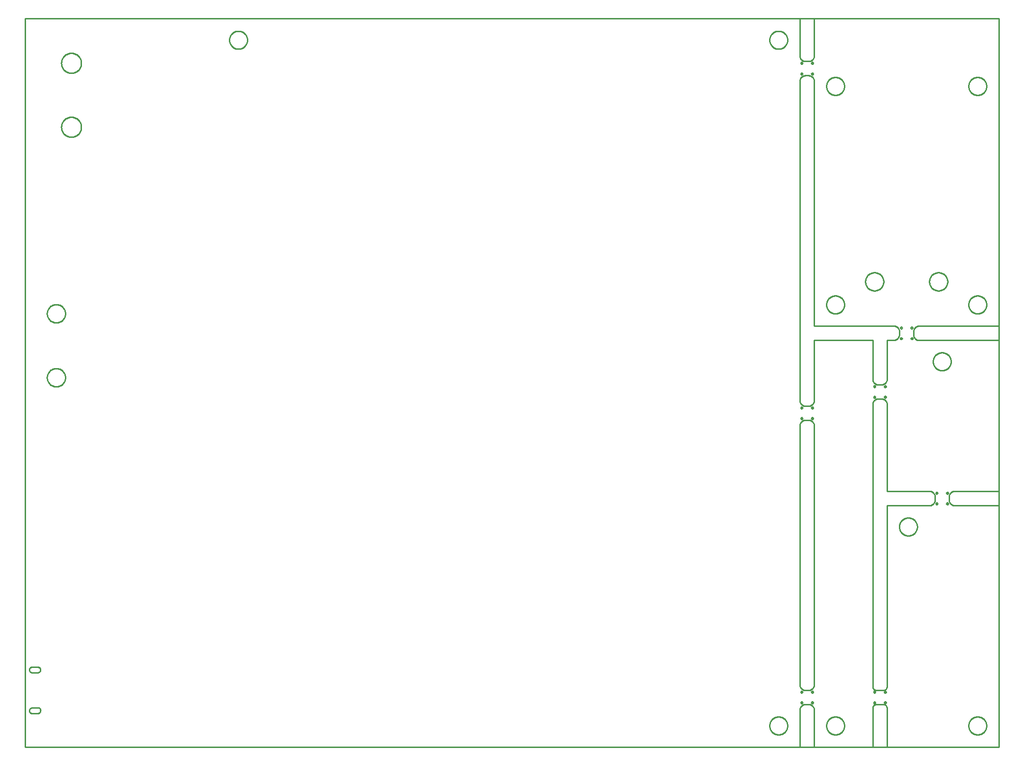
<source format=gbr>
G04 EAGLE Gerber RS-274X export*
G75*
%MOMM*%
%FSLAX34Y34*%
%LPD*%
%IN*%
%IPPOS*%
%AMOC8*
5,1,8,0,0,1.08239X$1,22.5*%
G01*
%ADD10C,0.254000*%


D10*
X0Y0D02*
X1739900Y0D01*
X1739900Y1301750D01*
X0Y1301750D01*
X0Y0D01*
X7438Y65100D02*
X7457Y64664D01*
X7513Y64232D01*
X7608Y63806D01*
X7739Y63390D01*
X7906Y62987D01*
X8107Y62600D01*
X8342Y62232D01*
X8607Y61886D01*
X8902Y61564D01*
X9224Y61270D01*
X9570Y61004D01*
X9938Y60770D01*
X10324Y60568D01*
X10727Y60402D01*
X11143Y60270D01*
X11569Y60176D01*
X12002Y60119D01*
X12438Y60100D01*
X22438Y60100D01*
X22873Y60119D01*
X23306Y60176D01*
X23732Y60270D01*
X24148Y60402D01*
X24551Y60568D01*
X24938Y60770D01*
X25305Y61004D01*
X25651Y61270D01*
X25973Y61564D01*
X26268Y61886D01*
X26533Y62232D01*
X26768Y62600D01*
X26969Y62987D01*
X27136Y63390D01*
X27267Y63806D01*
X27362Y64232D01*
X27418Y64664D01*
X27438Y65100D01*
X27509Y65452D01*
X27550Y65810D01*
X27560Y66169D01*
X27538Y66528D01*
X27485Y66884D01*
X27402Y67234D01*
X27288Y67575D01*
X27144Y67905D01*
X26973Y68221D01*
X26775Y68521D01*
X26551Y68803D01*
X26304Y69064D01*
X26034Y69303D01*
X25745Y69517D01*
X25439Y69705D01*
X25117Y69866D01*
X24782Y69998D01*
X24438Y70100D01*
X12438Y70100D01*
X12002Y70081D01*
X11569Y70024D01*
X11143Y69930D01*
X10727Y69798D01*
X10324Y69632D01*
X9938Y69430D01*
X9570Y69196D01*
X9224Y68930D01*
X8902Y68636D01*
X8607Y68314D01*
X8342Y67968D01*
X8107Y67600D01*
X7906Y67213D01*
X7739Y66810D01*
X7608Y66394D01*
X7513Y65968D01*
X7457Y65536D01*
X7438Y65100D01*
X7438Y138100D02*
X7457Y137664D01*
X7513Y137232D01*
X7608Y136806D01*
X7739Y136390D01*
X7906Y135987D01*
X8107Y135600D01*
X8342Y135232D01*
X8607Y134886D01*
X8902Y134564D01*
X9224Y134270D01*
X9570Y134004D01*
X9938Y133770D01*
X10324Y133568D01*
X10727Y133402D01*
X11143Y133270D01*
X11569Y133176D01*
X12002Y133119D01*
X12438Y133100D01*
X22438Y133100D01*
X22873Y133119D01*
X23306Y133176D01*
X23732Y133270D01*
X24148Y133402D01*
X24551Y133568D01*
X24938Y133770D01*
X25305Y134004D01*
X25651Y134270D01*
X25973Y134564D01*
X26268Y134886D01*
X26533Y135232D01*
X26768Y135600D01*
X26969Y135987D01*
X27136Y136390D01*
X27267Y136806D01*
X27362Y137232D01*
X27418Y137664D01*
X27438Y138100D01*
X27418Y138536D01*
X27362Y138968D01*
X27267Y139394D01*
X27136Y139810D01*
X26969Y140213D01*
X26768Y140600D01*
X26533Y140968D01*
X26268Y141314D01*
X25973Y141636D01*
X25651Y141930D01*
X25305Y142196D01*
X24938Y142430D01*
X24551Y142632D01*
X24148Y142798D01*
X23732Y142930D01*
X23306Y143024D01*
X22873Y143081D01*
X22438Y143100D01*
X12438Y143100D01*
X12002Y143081D01*
X11569Y143024D01*
X11143Y142930D01*
X10727Y142798D01*
X10324Y142632D01*
X9938Y142430D01*
X9570Y142196D01*
X9224Y141930D01*
X8902Y141636D01*
X8607Y141314D01*
X8342Y140968D01*
X8107Y140600D01*
X7906Y140213D01*
X7739Y139810D01*
X7608Y139394D01*
X7513Y138968D01*
X7457Y138536D01*
X7438Y138100D01*
X1514475Y107950D02*
X1514499Y107397D01*
X1514571Y106847D01*
X1514691Y106307D01*
X1514858Y105778D01*
X1515070Y105266D01*
X1515326Y104775D01*
X1515623Y104308D01*
X1515961Y103868D01*
X1516335Y103460D01*
X1516743Y103086D01*
X1517183Y102748D01*
X1517650Y102451D01*
X1518141Y102195D01*
X1518653Y101983D01*
X1519182Y101816D01*
X1519722Y101696D01*
X1520272Y101624D01*
X1520825Y101600D01*
X1533525Y101600D01*
X1534078Y101624D01*
X1534628Y101696D01*
X1535169Y101816D01*
X1535697Y101983D01*
X1536209Y102195D01*
X1536700Y102451D01*
X1537167Y102748D01*
X1537607Y103086D01*
X1538015Y103460D01*
X1538389Y103868D01*
X1538727Y104308D01*
X1539024Y104775D01*
X1539280Y105266D01*
X1539492Y105778D01*
X1539659Y106307D01*
X1539779Y106847D01*
X1539851Y107397D01*
X1539875Y107950D01*
X1539875Y431800D01*
X1616075Y431800D01*
X1616905Y431836D01*
X1617729Y431945D01*
X1618540Y432125D01*
X1619333Y432374D01*
X1620100Y432692D01*
X1620838Y433076D01*
X1621538Y433523D01*
X1622198Y434028D01*
X1622810Y434590D01*
X1623372Y435202D01*
X1623877Y435862D01*
X1624324Y436563D01*
X1624708Y437300D01*
X1625026Y438067D01*
X1625275Y438860D01*
X1625455Y439671D01*
X1625564Y440495D01*
X1625600Y441325D01*
X1625600Y447675D01*
X1625564Y448505D01*
X1625455Y449329D01*
X1625275Y450140D01*
X1625026Y450933D01*
X1624708Y451700D01*
X1624324Y452438D01*
X1623877Y453138D01*
X1623372Y453798D01*
X1622810Y454410D01*
X1622198Y454972D01*
X1621538Y455477D01*
X1620838Y455924D01*
X1620100Y456308D01*
X1619333Y456626D01*
X1618540Y456875D01*
X1617729Y457055D01*
X1616905Y457164D01*
X1616075Y457200D01*
X1539875Y457200D01*
X1539875Y612775D01*
X1539839Y613605D01*
X1539730Y614429D01*
X1539550Y615240D01*
X1539301Y616033D01*
X1538983Y616800D01*
X1538599Y617538D01*
X1538152Y618238D01*
X1537647Y618898D01*
X1537085Y619510D01*
X1536473Y620072D01*
X1535813Y620577D01*
X1535113Y621024D01*
X1534375Y621408D01*
X1533608Y621726D01*
X1532815Y621975D01*
X1532004Y622155D01*
X1531180Y622264D01*
X1530350Y622300D01*
X1524000Y622300D01*
X1523170Y622264D01*
X1522346Y622155D01*
X1521535Y621975D01*
X1520742Y621726D01*
X1519975Y621408D01*
X1519238Y621024D01*
X1518537Y620577D01*
X1517877Y620072D01*
X1517265Y619510D01*
X1516703Y618898D01*
X1516198Y618238D01*
X1515751Y617538D01*
X1515367Y616800D01*
X1515049Y616033D01*
X1514800Y615240D01*
X1514620Y614429D01*
X1514511Y613605D01*
X1514475Y612775D01*
X1514475Y107950D01*
X1514475Y0D02*
X1539875Y0D01*
X1539875Y69850D01*
X1539851Y70403D01*
X1539779Y70953D01*
X1539659Y71494D01*
X1539492Y72022D01*
X1539280Y72534D01*
X1539024Y73025D01*
X1538727Y73492D01*
X1538389Y73932D01*
X1538015Y74340D01*
X1537607Y74714D01*
X1537167Y75052D01*
X1536700Y75349D01*
X1536209Y75605D01*
X1535697Y75817D01*
X1535169Y75984D01*
X1534628Y76104D01*
X1534078Y76176D01*
X1533525Y76200D01*
X1520825Y76200D01*
X1520272Y76176D01*
X1519722Y76104D01*
X1519182Y75984D01*
X1518653Y75817D01*
X1518141Y75605D01*
X1517650Y75349D01*
X1517183Y75052D01*
X1516743Y74714D01*
X1516335Y74340D01*
X1515961Y73932D01*
X1515623Y73492D01*
X1515326Y73025D01*
X1515070Y72534D01*
X1514858Y72022D01*
X1514691Y71494D01*
X1514571Y70953D01*
X1514499Y70403D01*
X1514475Y69850D01*
X1514475Y0D01*
X1651000Y441325D02*
X1651036Y440495D01*
X1651145Y439671D01*
X1651325Y438860D01*
X1651574Y438067D01*
X1651892Y437300D01*
X1652276Y436563D01*
X1652723Y435862D01*
X1653228Y435202D01*
X1653790Y434590D01*
X1654402Y434028D01*
X1655062Y433523D01*
X1655763Y433076D01*
X1656500Y432692D01*
X1657267Y432374D01*
X1658060Y432125D01*
X1658871Y431945D01*
X1659695Y431836D01*
X1660525Y431800D01*
X1739900Y431800D01*
X1739900Y457200D01*
X1660525Y457200D01*
X1659695Y457164D01*
X1658871Y457055D01*
X1658060Y456875D01*
X1657267Y456626D01*
X1656500Y456308D01*
X1655763Y455924D01*
X1655062Y455477D01*
X1654402Y454972D01*
X1653790Y454410D01*
X1653228Y453798D01*
X1652723Y453138D01*
X1652276Y452438D01*
X1651892Y451700D01*
X1651574Y450933D01*
X1651325Y450140D01*
X1651145Y449329D01*
X1651036Y448505D01*
X1651000Y447675D01*
X1651000Y441325D01*
X1587500Y736600D02*
X1587536Y735770D01*
X1587645Y734946D01*
X1587825Y734135D01*
X1588074Y733342D01*
X1588392Y732575D01*
X1588776Y731838D01*
X1589223Y731137D01*
X1589728Y730477D01*
X1590290Y729865D01*
X1590902Y729303D01*
X1591562Y728798D01*
X1592263Y728351D01*
X1593000Y727967D01*
X1593767Y727649D01*
X1594560Y727400D01*
X1595371Y727220D01*
X1596195Y727111D01*
X1597025Y727075D01*
X1739900Y727075D01*
X1739900Y752475D01*
X1597025Y752475D01*
X1596195Y752439D01*
X1595371Y752330D01*
X1594560Y752150D01*
X1593767Y751901D01*
X1593000Y751583D01*
X1592263Y751199D01*
X1591562Y750752D01*
X1590902Y750247D01*
X1590290Y749685D01*
X1589728Y749073D01*
X1589223Y748413D01*
X1588776Y747713D01*
X1588392Y746975D01*
X1588074Y746208D01*
X1587825Y745415D01*
X1587645Y744604D01*
X1587536Y743780D01*
X1587500Y742950D01*
X1587500Y736600D01*
X1384300Y111125D02*
X1384336Y110295D01*
X1384445Y109471D01*
X1384625Y108660D01*
X1384874Y107867D01*
X1385192Y107100D01*
X1385576Y106363D01*
X1386023Y105662D01*
X1386528Y105002D01*
X1387090Y104390D01*
X1387702Y103828D01*
X1388362Y103323D01*
X1389063Y102876D01*
X1389800Y102492D01*
X1390567Y102174D01*
X1391360Y101925D01*
X1392171Y101745D01*
X1392995Y101636D01*
X1393825Y101600D01*
X1400175Y101600D01*
X1401005Y101636D01*
X1401829Y101745D01*
X1402640Y101925D01*
X1403433Y102174D01*
X1404200Y102492D01*
X1404938Y102876D01*
X1405638Y103323D01*
X1406298Y103828D01*
X1406910Y104390D01*
X1407472Y105002D01*
X1407977Y105662D01*
X1408424Y106363D01*
X1408808Y107100D01*
X1409126Y107867D01*
X1409375Y108660D01*
X1409555Y109471D01*
X1409664Y110295D01*
X1409700Y111125D01*
X1409700Y574675D01*
X1409664Y575505D01*
X1409555Y576329D01*
X1409375Y577140D01*
X1409126Y577933D01*
X1408808Y578700D01*
X1408424Y579438D01*
X1407977Y580138D01*
X1407472Y580798D01*
X1406910Y581410D01*
X1406298Y581972D01*
X1405638Y582477D01*
X1404938Y582924D01*
X1404200Y583308D01*
X1403433Y583626D01*
X1402640Y583875D01*
X1401829Y584055D01*
X1401005Y584164D01*
X1400175Y584200D01*
X1393825Y584200D01*
X1392995Y584164D01*
X1392171Y584055D01*
X1391360Y583875D01*
X1390567Y583626D01*
X1389800Y583308D01*
X1389063Y582924D01*
X1388362Y582477D01*
X1387702Y581972D01*
X1387090Y581410D01*
X1386528Y580798D01*
X1386023Y580138D01*
X1385576Y579438D01*
X1385192Y578700D01*
X1384874Y577933D01*
X1384625Y577140D01*
X1384445Y576329D01*
X1384336Y575505D01*
X1384300Y574675D01*
X1384300Y111125D01*
X1384300Y619125D02*
X1384336Y618295D01*
X1384445Y617471D01*
X1384625Y616660D01*
X1384874Y615867D01*
X1385192Y615100D01*
X1385576Y614363D01*
X1386023Y613662D01*
X1386528Y613002D01*
X1387090Y612390D01*
X1387702Y611828D01*
X1388362Y611323D01*
X1389063Y610876D01*
X1389800Y610492D01*
X1390567Y610174D01*
X1391360Y609925D01*
X1392171Y609745D01*
X1392995Y609636D01*
X1393825Y609600D01*
X1400175Y609600D01*
X1401005Y609636D01*
X1401829Y609745D01*
X1402640Y609925D01*
X1403433Y610174D01*
X1404200Y610492D01*
X1404938Y610876D01*
X1405638Y611323D01*
X1406298Y611828D01*
X1406910Y612390D01*
X1407472Y613002D01*
X1407977Y613662D01*
X1408424Y614363D01*
X1408808Y615100D01*
X1409126Y615867D01*
X1409375Y616660D01*
X1409555Y617471D01*
X1409664Y618295D01*
X1409700Y619125D01*
X1409700Y727075D01*
X1514475Y727075D01*
X1514475Y657225D01*
X1514511Y656395D01*
X1514620Y655571D01*
X1514800Y654760D01*
X1515049Y653967D01*
X1515367Y653200D01*
X1515751Y652463D01*
X1516198Y651762D01*
X1516703Y651102D01*
X1517265Y650490D01*
X1517877Y649928D01*
X1518537Y649423D01*
X1519238Y648976D01*
X1519975Y648592D01*
X1520742Y648274D01*
X1521535Y648025D01*
X1522346Y647845D01*
X1523170Y647736D01*
X1524000Y647700D01*
X1530350Y647700D01*
X1531180Y647736D01*
X1532004Y647845D01*
X1532815Y648025D01*
X1533608Y648274D01*
X1534375Y648592D01*
X1535113Y648976D01*
X1535813Y649423D01*
X1536473Y649928D01*
X1537085Y650490D01*
X1537647Y651102D01*
X1538152Y651762D01*
X1538599Y652463D01*
X1538983Y653200D01*
X1539301Y653967D01*
X1539550Y654760D01*
X1539730Y655571D01*
X1539839Y656395D01*
X1539875Y657225D01*
X1539875Y727075D01*
X1549400Y727075D01*
X1550375Y726979D01*
X1551354Y726968D01*
X1552330Y727043D01*
X1553296Y727202D01*
X1554245Y727445D01*
X1555169Y727770D01*
X1556061Y728174D01*
X1556914Y728654D01*
X1557723Y729207D01*
X1558480Y729828D01*
X1559180Y730513D01*
X1559817Y731256D01*
X1560388Y732052D01*
X1560887Y732895D01*
X1561310Y733778D01*
X1561656Y734694D01*
X1561919Y735638D01*
X1562100Y736600D01*
X1562100Y742950D01*
X1562064Y743780D01*
X1561955Y744604D01*
X1561775Y745415D01*
X1561526Y746208D01*
X1561208Y746975D01*
X1560824Y747713D01*
X1560377Y748413D01*
X1559872Y749073D01*
X1559310Y749685D01*
X1558698Y750247D01*
X1558038Y750752D01*
X1557338Y751199D01*
X1556600Y751583D01*
X1555833Y751901D01*
X1555040Y752150D01*
X1554229Y752330D01*
X1553405Y752439D01*
X1552575Y752475D01*
X1409700Y752475D01*
X1409700Y1190625D01*
X1409664Y1191455D01*
X1409555Y1192279D01*
X1409375Y1193090D01*
X1409126Y1193883D01*
X1408808Y1194650D01*
X1408424Y1195388D01*
X1407977Y1196088D01*
X1407472Y1196748D01*
X1406910Y1197360D01*
X1406298Y1197922D01*
X1405638Y1198427D01*
X1404938Y1198874D01*
X1404200Y1199258D01*
X1403433Y1199576D01*
X1402640Y1199825D01*
X1401829Y1200005D01*
X1401005Y1200114D01*
X1400175Y1200150D01*
X1393825Y1200150D01*
X1392995Y1200114D01*
X1392171Y1200005D01*
X1391360Y1199825D01*
X1390567Y1199576D01*
X1389800Y1199258D01*
X1389063Y1198874D01*
X1388362Y1198427D01*
X1387702Y1197922D01*
X1387090Y1197360D01*
X1386528Y1196748D01*
X1386023Y1196088D01*
X1385576Y1195388D01*
X1385192Y1194650D01*
X1384874Y1193883D01*
X1384625Y1193090D01*
X1384445Y1192279D01*
X1384336Y1191455D01*
X1384300Y1190625D01*
X1384300Y619125D01*
X1384300Y1235075D02*
X1384336Y1234245D01*
X1384445Y1233421D01*
X1384625Y1232610D01*
X1384874Y1231817D01*
X1385192Y1231050D01*
X1385576Y1230313D01*
X1386023Y1229612D01*
X1386528Y1228952D01*
X1387090Y1228340D01*
X1387702Y1227778D01*
X1388362Y1227273D01*
X1389063Y1226826D01*
X1389800Y1226442D01*
X1390567Y1226124D01*
X1391360Y1225875D01*
X1392171Y1225695D01*
X1392995Y1225586D01*
X1393825Y1225550D01*
X1400175Y1225550D01*
X1401005Y1225586D01*
X1401829Y1225695D01*
X1402640Y1225875D01*
X1403433Y1226124D01*
X1404200Y1226442D01*
X1404938Y1226826D01*
X1405638Y1227273D01*
X1406298Y1227778D01*
X1406910Y1228340D01*
X1407472Y1228952D01*
X1407977Y1229612D01*
X1408424Y1230313D01*
X1408808Y1231050D01*
X1409126Y1231817D01*
X1409375Y1232610D01*
X1409555Y1233421D01*
X1409664Y1234245D01*
X1409700Y1235075D01*
X1409700Y1301750D01*
X1384300Y1301750D01*
X1384300Y1235075D01*
X1384300Y0D02*
X1409700Y0D01*
X1409700Y66675D01*
X1409664Y67505D01*
X1409555Y68329D01*
X1409375Y69140D01*
X1409126Y69933D01*
X1408808Y70700D01*
X1408424Y71438D01*
X1407977Y72138D01*
X1407472Y72798D01*
X1406910Y73410D01*
X1406298Y73972D01*
X1405638Y74477D01*
X1404938Y74924D01*
X1404200Y75308D01*
X1403433Y75626D01*
X1402640Y75875D01*
X1401829Y76055D01*
X1401005Y76164D01*
X1400175Y76200D01*
X1393825Y76200D01*
X1392995Y76164D01*
X1392171Y76055D01*
X1391360Y75875D01*
X1390567Y75626D01*
X1389800Y75308D01*
X1389063Y74924D01*
X1388362Y74477D01*
X1387702Y73972D01*
X1387090Y73410D01*
X1386528Y72798D01*
X1386023Y72138D01*
X1385576Y71438D01*
X1385192Y70700D01*
X1384874Y69933D01*
X1384625Y69140D01*
X1384445Y68329D01*
X1384336Y67505D01*
X1384300Y66675D01*
X1384300Y0D01*
X1362200Y1263126D02*
X1362132Y1262081D01*
X1361995Y1261042D01*
X1361790Y1260015D01*
X1361519Y1259003D01*
X1361183Y1258011D01*
X1360782Y1257043D01*
X1360318Y1256104D01*
X1359795Y1255196D01*
X1359213Y1254325D01*
X1358575Y1253494D01*
X1357884Y1252707D01*
X1357143Y1251966D01*
X1356356Y1251275D01*
X1355525Y1250638D01*
X1354654Y1250056D01*
X1353746Y1249532D01*
X1352807Y1249068D01*
X1351839Y1248667D01*
X1350847Y1248331D01*
X1349835Y1248060D01*
X1348808Y1247855D01*
X1347769Y1247719D01*
X1346724Y1247650D01*
X1345676Y1247650D01*
X1344631Y1247719D01*
X1343592Y1247855D01*
X1342565Y1248060D01*
X1341553Y1248331D01*
X1340561Y1248667D01*
X1339593Y1249068D01*
X1338654Y1249532D01*
X1337746Y1250056D01*
X1336875Y1250638D01*
X1336044Y1251275D01*
X1335257Y1251966D01*
X1334516Y1252707D01*
X1333825Y1253494D01*
X1333188Y1254325D01*
X1332606Y1255196D01*
X1332082Y1256104D01*
X1331618Y1257043D01*
X1331217Y1258011D01*
X1330881Y1259003D01*
X1330610Y1260015D01*
X1330405Y1261042D01*
X1330269Y1262081D01*
X1330200Y1263126D01*
X1330200Y1264174D01*
X1330269Y1265219D01*
X1330405Y1266258D01*
X1330610Y1267285D01*
X1330881Y1268297D01*
X1331217Y1269289D01*
X1331618Y1270257D01*
X1332082Y1271196D01*
X1332606Y1272104D01*
X1333188Y1272975D01*
X1333825Y1273806D01*
X1334516Y1274593D01*
X1335257Y1275334D01*
X1336044Y1276025D01*
X1336875Y1276663D01*
X1337746Y1277245D01*
X1338654Y1277768D01*
X1339593Y1278232D01*
X1340561Y1278633D01*
X1341553Y1278969D01*
X1342565Y1279240D01*
X1343592Y1279445D01*
X1344631Y1279582D01*
X1345676Y1279650D01*
X1346724Y1279650D01*
X1347769Y1279582D01*
X1348808Y1279445D01*
X1349835Y1279240D01*
X1350847Y1278969D01*
X1351839Y1278633D01*
X1352807Y1278232D01*
X1353746Y1277768D01*
X1354654Y1277245D01*
X1355525Y1276663D01*
X1356356Y1276025D01*
X1357143Y1275334D01*
X1357884Y1274593D01*
X1358575Y1273806D01*
X1359213Y1272975D01*
X1359795Y1272104D01*
X1360318Y1271196D01*
X1360782Y1270257D01*
X1361183Y1269289D01*
X1361519Y1268297D01*
X1361790Y1267285D01*
X1361995Y1266258D01*
X1362132Y1265219D01*
X1362200Y1264174D01*
X1362200Y1263126D01*
X1362200Y37576D02*
X1362132Y36531D01*
X1361995Y35492D01*
X1361790Y34465D01*
X1361519Y33453D01*
X1361183Y32461D01*
X1360782Y31493D01*
X1360318Y30554D01*
X1359795Y29646D01*
X1359213Y28775D01*
X1358575Y27944D01*
X1357884Y27157D01*
X1357143Y26416D01*
X1356356Y25725D01*
X1355525Y25088D01*
X1354654Y24506D01*
X1353746Y23982D01*
X1352807Y23518D01*
X1351839Y23117D01*
X1350847Y22781D01*
X1349835Y22510D01*
X1348808Y22305D01*
X1347769Y22169D01*
X1346724Y22100D01*
X1345676Y22100D01*
X1344631Y22169D01*
X1343592Y22305D01*
X1342565Y22510D01*
X1341553Y22781D01*
X1340561Y23117D01*
X1339593Y23518D01*
X1338654Y23982D01*
X1337746Y24506D01*
X1336875Y25088D01*
X1336044Y25725D01*
X1335257Y26416D01*
X1334516Y27157D01*
X1333825Y27944D01*
X1333188Y28775D01*
X1332606Y29646D01*
X1332082Y30554D01*
X1331618Y31493D01*
X1331217Y32461D01*
X1330881Y33453D01*
X1330610Y34465D01*
X1330405Y35492D01*
X1330269Y36531D01*
X1330200Y37576D01*
X1330200Y38624D01*
X1330269Y39669D01*
X1330405Y40708D01*
X1330610Y41735D01*
X1330881Y42747D01*
X1331217Y43739D01*
X1331618Y44707D01*
X1332082Y45646D01*
X1332606Y46554D01*
X1333188Y47425D01*
X1333825Y48256D01*
X1334516Y49043D01*
X1335257Y49784D01*
X1336044Y50475D01*
X1336875Y51113D01*
X1337746Y51695D01*
X1338654Y52218D01*
X1339593Y52682D01*
X1340561Y53083D01*
X1341553Y53419D01*
X1342565Y53690D01*
X1343592Y53895D01*
X1344631Y54032D01*
X1345676Y54100D01*
X1346724Y54100D01*
X1347769Y54032D01*
X1348808Y53895D01*
X1349835Y53690D01*
X1350847Y53419D01*
X1351839Y53083D01*
X1352807Y52682D01*
X1353746Y52218D01*
X1354654Y51695D01*
X1355525Y51113D01*
X1356356Y50475D01*
X1357143Y49784D01*
X1357884Y49043D01*
X1358575Y48256D01*
X1359213Y47425D01*
X1359795Y46554D01*
X1360318Y45646D01*
X1360782Y44707D01*
X1361183Y43739D01*
X1361519Y42747D01*
X1361790Y41735D01*
X1361995Y40708D01*
X1362132Y39669D01*
X1362200Y38624D01*
X1362200Y37576D01*
X397000Y1263126D02*
X396932Y1262081D01*
X396795Y1261042D01*
X396590Y1260015D01*
X396319Y1259003D01*
X395983Y1258011D01*
X395582Y1257043D01*
X395118Y1256104D01*
X394595Y1255196D01*
X394013Y1254325D01*
X393375Y1253494D01*
X392684Y1252707D01*
X391943Y1251966D01*
X391156Y1251275D01*
X390325Y1250638D01*
X389454Y1250056D01*
X388546Y1249532D01*
X387607Y1249068D01*
X386639Y1248667D01*
X385647Y1248331D01*
X384635Y1248060D01*
X383608Y1247855D01*
X382569Y1247719D01*
X381524Y1247650D01*
X380476Y1247650D01*
X379431Y1247719D01*
X378392Y1247855D01*
X377365Y1248060D01*
X376353Y1248331D01*
X375361Y1248667D01*
X374393Y1249068D01*
X373454Y1249532D01*
X372546Y1250056D01*
X371675Y1250638D01*
X370844Y1251275D01*
X370057Y1251966D01*
X369316Y1252707D01*
X368625Y1253494D01*
X367988Y1254325D01*
X367406Y1255196D01*
X366882Y1256104D01*
X366418Y1257043D01*
X366017Y1258011D01*
X365681Y1259003D01*
X365410Y1260015D01*
X365205Y1261042D01*
X365069Y1262081D01*
X365000Y1263126D01*
X365000Y1264174D01*
X365069Y1265219D01*
X365205Y1266258D01*
X365410Y1267285D01*
X365681Y1268297D01*
X366017Y1269289D01*
X366418Y1270257D01*
X366882Y1271196D01*
X367406Y1272104D01*
X367988Y1272975D01*
X368625Y1273806D01*
X369316Y1274593D01*
X370057Y1275334D01*
X370844Y1276025D01*
X371675Y1276663D01*
X372546Y1277245D01*
X373454Y1277768D01*
X374393Y1278232D01*
X375361Y1278633D01*
X376353Y1278969D01*
X377365Y1279240D01*
X378392Y1279445D01*
X379431Y1279582D01*
X380476Y1279650D01*
X381524Y1279650D01*
X382569Y1279582D01*
X383608Y1279445D01*
X384635Y1279240D01*
X385647Y1278969D01*
X386639Y1278633D01*
X387607Y1278232D01*
X388546Y1277768D01*
X389454Y1277245D01*
X390325Y1276663D01*
X391156Y1276025D01*
X391943Y1275334D01*
X392684Y1274593D01*
X393375Y1273806D01*
X394013Y1272975D01*
X394595Y1272104D01*
X395118Y1271196D01*
X395582Y1270257D01*
X395983Y1269289D01*
X396319Y1268297D01*
X396590Y1267285D01*
X396795Y1266258D01*
X396932Y1265219D01*
X397000Y1264174D01*
X397000Y1263126D01*
X1593975Y393176D02*
X1593907Y392131D01*
X1593770Y391092D01*
X1593565Y390065D01*
X1593294Y389053D01*
X1592958Y388061D01*
X1592557Y387093D01*
X1592093Y386154D01*
X1591570Y385246D01*
X1590988Y384375D01*
X1590350Y383544D01*
X1589659Y382757D01*
X1588918Y382016D01*
X1588131Y381325D01*
X1587300Y380688D01*
X1586429Y380106D01*
X1585521Y379582D01*
X1584582Y379118D01*
X1583614Y378717D01*
X1582622Y378381D01*
X1581610Y378110D01*
X1580583Y377905D01*
X1579544Y377769D01*
X1578499Y377700D01*
X1577451Y377700D01*
X1576406Y377769D01*
X1575367Y377905D01*
X1574340Y378110D01*
X1573328Y378381D01*
X1572336Y378717D01*
X1571368Y379118D01*
X1570429Y379582D01*
X1569521Y380106D01*
X1568650Y380688D01*
X1567819Y381325D01*
X1567032Y382016D01*
X1566291Y382757D01*
X1565600Y383544D01*
X1564963Y384375D01*
X1564381Y385246D01*
X1563857Y386154D01*
X1563393Y387093D01*
X1562992Y388061D01*
X1562656Y389053D01*
X1562385Y390065D01*
X1562180Y391092D01*
X1562044Y392131D01*
X1561975Y393176D01*
X1561975Y394224D01*
X1562044Y395269D01*
X1562180Y396308D01*
X1562385Y397335D01*
X1562656Y398347D01*
X1562992Y399339D01*
X1563393Y400307D01*
X1563857Y401246D01*
X1564381Y402154D01*
X1564963Y403025D01*
X1565600Y403856D01*
X1566291Y404643D01*
X1567032Y405384D01*
X1567819Y406075D01*
X1568650Y406713D01*
X1569521Y407295D01*
X1570429Y407818D01*
X1571368Y408282D01*
X1572336Y408683D01*
X1573328Y409019D01*
X1574340Y409290D01*
X1575367Y409495D01*
X1576406Y409632D01*
X1577451Y409700D01*
X1578499Y409700D01*
X1579544Y409632D01*
X1580583Y409495D01*
X1581610Y409290D01*
X1582622Y409019D01*
X1583614Y408683D01*
X1584582Y408282D01*
X1585521Y407818D01*
X1586429Y407295D01*
X1587300Y406713D01*
X1588131Y406075D01*
X1588918Y405384D01*
X1589659Y404643D01*
X1590350Y403856D01*
X1590988Y403025D01*
X1591570Y402154D01*
X1592093Y401246D01*
X1592557Y400307D01*
X1592958Y399339D01*
X1593294Y398347D01*
X1593565Y397335D01*
X1593770Y396308D01*
X1593907Y395269D01*
X1593975Y394224D01*
X1593975Y393176D01*
X1717800Y37576D02*
X1717732Y36531D01*
X1717595Y35492D01*
X1717390Y34465D01*
X1717119Y33453D01*
X1716783Y32461D01*
X1716382Y31493D01*
X1715918Y30554D01*
X1715395Y29646D01*
X1714813Y28775D01*
X1714175Y27944D01*
X1713484Y27157D01*
X1712743Y26416D01*
X1711956Y25725D01*
X1711125Y25088D01*
X1710254Y24506D01*
X1709346Y23982D01*
X1708407Y23518D01*
X1707439Y23117D01*
X1706447Y22781D01*
X1705435Y22510D01*
X1704408Y22305D01*
X1703369Y22169D01*
X1702324Y22100D01*
X1701276Y22100D01*
X1700231Y22169D01*
X1699192Y22305D01*
X1698165Y22510D01*
X1697153Y22781D01*
X1696161Y23117D01*
X1695193Y23518D01*
X1694254Y23982D01*
X1693346Y24506D01*
X1692475Y25088D01*
X1691644Y25725D01*
X1690857Y26416D01*
X1690116Y27157D01*
X1689425Y27944D01*
X1688788Y28775D01*
X1688206Y29646D01*
X1687682Y30554D01*
X1687218Y31493D01*
X1686817Y32461D01*
X1686481Y33453D01*
X1686210Y34465D01*
X1686005Y35492D01*
X1685869Y36531D01*
X1685800Y37576D01*
X1685800Y38624D01*
X1685869Y39669D01*
X1686005Y40708D01*
X1686210Y41735D01*
X1686481Y42747D01*
X1686817Y43739D01*
X1687218Y44707D01*
X1687682Y45646D01*
X1688206Y46554D01*
X1688788Y47425D01*
X1689425Y48256D01*
X1690116Y49043D01*
X1690857Y49784D01*
X1691644Y50475D01*
X1692475Y51113D01*
X1693346Y51695D01*
X1694254Y52218D01*
X1695193Y52682D01*
X1696161Y53083D01*
X1697153Y53419D01*
X1698165Y53690D01*
X1699192Y53895D01*
X1700231Y54032D01*
X1701276Y54100D01*
X1702324Y54100D01*
X1703369Y54032D01*
X1704408Y53895D01*
X1705435Y53690D01*
X1706447Y53419D01*
X1707439Y53083D01*
X1708407Y52682D01*
X1709346Y52218D01*
X1710254Y51695D01*
X1711125Y51113D01*
X1711956Y50475D01*
X1712743Y49784D01*
X1713484Y49043D01*
X1714175Y48256D01*
X1714813Y47425D01*
X1715395Y46554D01*
X1715918Y45646D01*
X1716382Y44707D01*
X1716783Y43739D01*
X1717119Y42747D01*
X1717390Y41735D01*
X1717595Y40708D01*
X1717732Y39669D01*
X1717800Y38624D01*
X1717800Y37576D01*
X1717800Y790051D02*
X1717732Y789006D01*
X1717595Y787967D01*
X1717390Y786940D01*
X1717119Y785928D01*
X1716783Y784936D01*
X1716382Y783968D01*
X1715918Y783029D01*
X1715395Y782121D01*
X1714813Y781250D01*
X1714175Y780419D01*
X1713484Y779632D01*
X1712743Y778891D01*
X1711956Y778200D01*
X1711125Y777563D01*
X1710254Y776981D01*
X1709346Y776457D01*
X1708407Y775993D01*
X1707439Y775592D01*
X1706447Y775256D01*
X1705435Y774985D01*
X1704408Y774780D01*
X1703369Y774644D01*
X1702324Y774575D01*
X1701276Y774575D01*
X1700231Y774644D01*
X1699192Y774780D01*
X1698165Y774985D01*
X1697153Y775256D01*
X1696161Y775592D01*
X1695193Y775993D01*
X1694254Y776457D01*
X1693346Y776981D01*
X1692475Y777563D01*
X1691644Y778200D01*
X1690857Y778891D01*
X1690116Y779632D01*
X1689425Y780419D01*
X1688788Y781250D01*
X1688206Y782121D01*
X1687682Y783029D01*
X1687218Y783968D01*
X1686817Y784936D01*
X1686481Y785928D01*
X1686210Y786940D01*
X1686005Y787967D01*
X1685869Y789006D01*
X1685800Y790051D01*
X1685800Y791099D01*
X1685869Y792144D01*
X1686005Y793183D01*
X1686210Y794210D01*
X1686481Y795222D01*
X1686817Y796214D01*
X1687218Y797182D01*
X1687682Y798121D01*
X1688206Y799029D01*
X1688788Y799900D01*
X1689425Y800731D01*
X1690116Y801518D01*
X1690857Y802259D01*
X1691644Y802950D01*
X1692475Y803588D01*
X1693346Y804170D01*
X1694254Y804693D01*
X1695193Y805157D01*
X1696161Y805558D01*
X1697153Y805894D01*
X1698165Y806165D01*
X1699192Y806370D01*
X1700231Y806507D01*
X1701276Y806575D01*
X1702324Y806575D01*
X1703369Y806507D01*
X1704408Y806370D01*
X1705435Y806165D01*
X1706447Y805894D01*
X1707439Y805558D01*
X1708407Y805157D01*
X1709346Y804693D01*
X1710254Y804170D01*
X1711125Y803588D01*
X1711956Y802950D01*
X1712743Y802259D01*
X1713484Y801518D01*
X1714175Y800731D01*
X1714813Y799900D01*
X1715395Y799029D01*
X1715918Y798121D01*
X1716382Y797182D01*
X1716783Y796214D01*
X1717119Y795222D01*
X1717390Y794210D01*
X1717595Y793183D01*
X1717732Y792144D01*
X1717800Y791099D01*
X1717800Y790051D01*
X1463800Y790051D02*
X1463732Y789006D01*
X1463595Y787967D01*
X1463390Y786940D01*
X1463119Y785928D01*
X1462783Y784936D01*
X1462382Y783968D01*
X1461918Y783029D01*
X1461395Y782121D01*
X1460813Y781250D01*
X1460175Y780419D01*
X1459484Y779632D01*
X1458743Y778891D01*
X1457956Y778200D01*
X1457125Y777563D01*
X1456254Y776981D01*
X1455346Y776457D01*
X1454407Y775993D01*
X1453439Y775592D01*
X1452447Y775256D01*
X1451435Y774985D01*
X1450408Y774780D01*
X1449369Y774644D01*
X1448324Y774575D01*
X1447276Y774575D01*
X1446231Y774644D01*
X1445192Y774780D01*
X1444165Y774985D01*
X1443153Y775256D01*
X1442161Y775592D01*
X1441193Y775993D01*
X1440254Y776457D01*
X1439346Y776981D01*
X1438475Y777563D01*
X1437644Y778200D01*
X1436857Y778891D01*
X1436116Y779632D01*
X1435425Y780419D01*
X1434788Y781250D01*
X1434206Y782121D01*
X1433682Y783029D01*
X1433218Y783968D01*
X1432817Y784936D01*
X1432481Y785928D01*
X1432210Y786940D01*
X1432005Y787967D01*
X1431869Y789006D01*
X1431800Y790051D01*
X1431800Y791099D01*
X1431869Y792144D01*
X1432005Y793183D01*
X1432210Y794210D01*
X1432481Y795222D01*
X1432817Y796214D01*
X1433218Y797182D01*
X1433682Y798121D01*
X1434206Y799029D01*
X1434788Y799900D01*
X1435425Y800731D01*
X1436116Y801518D01*
X1436857Y802259D01*
X1437644Y802950D01*
X1438475Y803588D01*
X1439346Y804170D01*
X1440254Y804693D01*
X1441193Y805157D01*
X1442161Y805558D01*
X1443153Y805894D01*
X1444165Y806165D01*
X1445192Y806370D01*
X1446231Y806507D01*
X1447276Y806575D01*
X1448324Y806575D01*
X1449369Y806507D01*
X1450408Y806370D01*
X1451435Y806165D01*
X1452447Y805894D01*
X1453439Y805558D01*
X1454407Y805157D01*
X1455346Y804693D01*
X1456254Y804170D01*
X1457125Y803588D01*
X1457956Y802950D01*
X1458743Y802259D01*
X1459484Y801518D01*
X1460175Y800731D01*
X1460813Y799900D01*
X1461395Y799029D01*
X1461918Y798121D01*
X1462382Y797182D01*
X1462783Y796214D01*
X1463119Y795222D01*
X1463390Y794210D01*
X1463595Y793183D01*
X1463732Y792144D01*
X1463800Y791099D01*
X1463800Y790051D01*
X1717800Y1180576D02*
X1717732Y1179531D01*
X1717595Y1178492D01*
X1717390Y1177465D01*
X1717119Y1176453D01*
X1716783Y1175461D01*
X1716382Y1174493D01*
X1715918Y1173554D01*
X1715395Y1172646D01*
X1714813Y1171775D01*
X1714175Y1170944D01*
X1713484Y1170157D01*
X1712743Y1169416D01*
X1711956Y1168725D01*
X1711125Y1168088D01*
X1710254Y1167506D01*
X1709346Y1166982D01*
X1708407Y1166518D01*
X1707439Y1166117D01*
X1706447Y1165781D01*
X1705435Y1165510D01*
X1704408Y1165305D01*
X1703369Y1165169D01*
X1702324Y1165100D01*
X1701276Y1165100D01*
X1700231Y1165169D01*
X1699192Y1165305D01*
X1698165Y1165510D01*
X1697153Y1165781D01*
X1696161Y1166117D01*
X1695193Y1166518D01*
X1694254Y1166982D01*
X1693346Y1167506D01*
X1692475Y1168088D01*
X1691644Y1168725D01*
X1690857Y1169416D01*
X1690116Y1170157D01*
X1689425Y1170944D01*
X1688788Y1171775D01*
X1688206Y1172646D01*
X1687682Y1173554D01*
X1687218Y1174493D01*
X1686817Y1175461D01*
X1686481Y1176453D01*
X1686210Y1177465D01*
X1686005Y1178492D01*
X1685869Y1179531D01*
X1685800Y1180576D01*
X1685800Y1181624D01*
X1685869Y1182669D01*
X1686005Y1183708D01*
X1686210Y1184735D01*
X1686481Y1185747D01*
X1686817Y1186739D01*
X1687218Y1187707D01*
X1687682Y1188646D01*
X1688206Y1189554D01*
X1688788Y1190425D01*
X1689425Y1191256D01*
X1690116Y1192043D01*
X1690857Y1192784D01*
X1691644Y1193475D01*
X1692475Y1194113D01*
X1693346Y1194695D01*
X1694254Y1195218D01*
X1695193Y1195682D01*
X1696161Y1196083D01*
X1697153Y1196419D01*
X1698165Y1196690D01*
X1699192Y1196895D01*
X1700231Y1197032D01*
X1701276Y1197100D01*
X1702324Y1197100D01*
X1703369Y1197032D01*
X1704408Y1196895D01*
X1705435Y1196690D01*
X1706447Y1196419D01*
X1707439Y1196083D01*
X1708407Y1195682D01*
X1709346Y1195218D01*
X1710254Y1194695D01*
X1711125Y1194113D01*
X1711956Y1193475D01*
X1712743Y1192784D01*
X1713484Y1192043D01*
X1714175Y1191256D01*
X1714813Y1190425D01*
X1715395Y1189554D01*
X1715918Y1188646D01*
X1716382Y1187707D01*
X1716783Y1186739D01*
X1717119Y1185747D01*
X1717390Y1184735D01*
X1717595Y1183708D01*
X1717732Y1182669D01*
X1717800Y1181624D01*
X1717800Y1180576D01*
X1463800Y1180576D02*
X1463732Y1179531D01*
X1463595Y1178492D01*
X1463390Y1177465D01*
X1463119Y1176453D01*
X1462783Y1175461D01*
X1462382Y1174493D01*
X1461918Y1173554D01*
X1461395Y1172646D01*
X1460813Y1171775D01*
X1460175Y1170944D01*
X1459484Y1170157D01*
X1458743Y1169416D01*
X1457956Y1168725D01*
X1457125Y1168088D01*
X1456254Y1167506D01*
X1455346Y1166982D01*
X1454407Y1166518D01*
X1453439Y1166117D01*
X1452447Y1165781D01*
X1451435Y1165510D01*
X1450408Y1165305D01*
X1449369Y1165169D01*
X1448324Y1165100D01*
X1447276Y1165100D01*
X1446231Y1165169D01*
X1445192Y1165305D01*
X1444165Y1165510D01*
X1443153Y1165781D01*
X1442161Y1166117D01*
X1441193Y1166518D01*
X1440254Y1166982D01*
X1439346Y1167506D01*
X1438475Y1168088D01*
X1437644Y1168725D01*
X1436857Y1169416D01*
X1436116Y1170157D01*
X1435425Y1170944D01*
X1434788Y1171775D01*
X1434206Y1172646D01*
X1433682Y1173554D01*
X1433218Y1174493D01*
X1432817Y1175461D01*
X1432481Y1176453D01*
X1432210Y1177465D01*
X1432005Y1178492D01*
X1431869Y1179531D01*
X1431800Y1180576D01*
X1431800Y1181624D01*
X1431869Y1182669D01*
X1432005Y1183708D01*
X1432210Y1184735D01*
X1432481Y1185747D01*
X1432817Y1186739D01*
X1433218Y1187707D01*
X1433682Y1188646D01*
X1434206Y1189554D01*
X1434788Y1190425D01*
X1435425Y1191256D01*
X1436116Y1192043D01*
X1436857Y1192784D01*
X1437644Y1193475D01*
X1438475Y1194113D01*
X1439346Y1194695D01*
X1440254Y1195218D01*
X1441193Y1195682D01*
X1442161Y1196083D01*
X1443153Y1196419D01*
X1444165Y1196690D01*
X1445192Y1196895D01*
X1446231Y1197032D01*
X1447276Y1197100D01*
X1448324Y1197100D01*
X1449369Y1197032D01*
X1450408Y1196895D01*
X1451435Y1196690D01*
X1452447Y1196419D01*
X1453439Y1196083D01*
X1454407Y1195682D01*
X1455346Y1195218D01*
X1456254Y1194695D01*
X1457125Y1194113D01*
X1457956Y1193475D01*
X1458743Y1192784D01*
X1459484Y1192043D01*
X1460175Y1191256D01*
X1460813Y1190425D01*
X1461395Y1189554D01*
X1461918Y1188646D01*
X1462382Y1187707D01*
X1462783Y1186739D01*
X1463119Y1185747D01*
X1463390Y1184735D01*
X1463595Y1183708D01*
X1463732Y1182669D01*
X1463800Y1181624D01*
X1463800Y1180576D01*
X1566799Y749150D02*
X1566740Y748855D01*
X1566626Y748578D01*
X1566459Y748329D01*
X1566247Y748116D01*
X1565997Y747949D01*
X1565720Y747835D01*
X1565425Y747776D01*
X1565125Y747776D01*
X1564830Y747835D01*
X1564553Y747949D01*
X1564304Y748116D01*
X1564091Y748329D01*
X1563924Y748578D01*
X1563810Y748855D01*
X1563751Y749150D01*
X1563751Y749450D01*
X1563810Y749745D01*
X1563924Y750022D01*
X1564091Y750272D01*
X1564304Y750484D01*
X1564553Y750651D01*
X1564830Y750765D01*
X1565125Y750824D01*
X1565425Y750824D01*
X1565720Y750765D01*
X1565997Y750651D01*
X1566247Y750484D01*
X1566459Y750272D01*
X1566626Y750022D01*
X1566740Y749745D01*
X1566799Y749450D01*
X1566799Y749150D01*
X1585849Y749150D02*
X1585790Y748855D01*
X1585676Y748578D01*
X1585509Y748329D01*
X1585297Y748116D01*
X1585047Y747949D01*
X1584770Y747835D01*
X1584475Y747776D01*
X1584175Y747776D01*
X1583880Y747835D01*
X1583603Y747949D01*
X1583354Y748116D01*
X1583141Y748329D01*
X1582974Y748578D01*
X1582860Y748855D01*
X1582801Y749150D01*
X1582801Y749450D01*
X1582860Y749745D01*
X1582974Y750022D01*
X1583141Y750272D01*
X1583354Y750484D01*
X1583603Y750651D01*
X1583880Y750765D01*
X1584175Y750824D01*
X1584475Y750824D01*
X1584770Y750765D01*
X1585047Y750651D01*
X1585297Y750484D01*
X1585509Y750272D01*
X1585676Y750022D01*
X1585790Y749745D01*
X1585849Y749450D01*
X1585849Y749150D01*
X1585849Y730100D02*
X1585790Y729805D01*
X1585676Y729528D01*
X1585509Y729279D01*
X1585297Y729066D01*
X1585047Y728899D01*
X1584770Y728785D01*
X1584475Y728726D01*
X1584175Y728726D01*
X1583880Y728785D01*
X1583603Y728899D01*
X1583354Y729066D01*
X1583141Y729279D01*
X1582974Y729528D01*
X1582860Y729805D01*
X1582801Y730100D01*
X1582801Y730400D01*
X1582860Y730695D01*
X1582974Y730972D01*
X1583141Y731222D01*
X1583354Y731434D01*
X1583603Y731601D01*
X1583880Y731715D01*
X1584175Y731774D01*
X1584475Y731774D01*
X1584770Y731715D01*
X1585047Y731601D01*
X1585297Y731434D01*
X1585509Y731222D01*
X1585676Y730972D01*
X1585790Y730695D01*
X1585849Y730400D01*
X1585849Y730100D01*
X1566799Y730100D02*
X1566740Y729805D01*
X1566626Y729528D01*
X1566459Y729279D01*
X1566247Y729066D01*
X1565997Y728899D01*
X1565720Y728785D01*
X1565425Y728726D01*
X1565125Y728726D01*
X1564830Y728785D01*
X1564553Y728899D01*
X1564304Y729066D01*
X1564091Y729279D01*
X1563924Y729528D01*
X1563810Y729805D01*
X1563751Y730100D01*
X1563751Y730400D01*
X1563810Y730695D01*
X1563924Y730972D01*
X1564091Y731222D01*
X1564304Y731434D01*
X1564553Y731601D01*
X1564830Y731715D01*
X1565125Y731774D01*
X1565425Y731774D01*
X1565720Y731715D01*
X1565997Y731601D01*
X1566247Y731434D01*
X1566459Y731222D01*
X1566626Y730972D01*
X1566740Y730695D01*
X1566799Y730400D01*
X1566799Y730100D01*
X1388999Y606275D02*
X1388940Y605980D01*
X1388826Y605703D01*
X1388659Y605454D01*
X1388447Y605241D01*
X1388197Y605074D01*
X1387920Y604960D01*
X1387625Y604901D01*
X1387325Y604901D01*
X1387030Y604960D01*
X1386753Y605074D01*
X1386504Y605241D01*
X1386291Y605454D01*
X1386124Y605703D01*
X1386010Y605980D01*
X1385951Y606275D01*
X1385951Y606575D01*
X1386010Y606870D01*
X1386124Y607147D01*
X1386291Y607397D01*
X1386504Y607609D01*
X1386753Y607776D01*
X1387030Y607890D01*
X1387325Y607949D01*
X1387625Y607949D01*
X1387920Y607890D01*
X1388197Y607776D01*
X1388447Y607609D01*
X1388659Y607397D01*
X1388826Y607147D01*
X1388940Y606870D01*
X1388999Y606575D01*
X1388999Y606275D01*
X1388999Y587225D02*
X1388940Y586930D01*
X1388826Y586653D01*
X1388659Y586404D01*
X1388447Y586191D01*
X1388197Y586024D01*
X1387920Y585910D01*
X1387625Y585851D01*
X1387325Y585851D01*
X1387030Y585910D01*
X1386753Y586024D01*
X1386504Y586191D01*
X1386291Y586404D01*
X1386124Y586653D01*
X1386010Y586930D01*
X1385951Y587225D01*
X1385951Y587525D01*
X1386010Y587820D01*
X1386124Y588097D01*
X1386291Y588347D01*
X1386504Y588559D01*
X1386753Y588726D01*
X1387030Y588840D01*
X1387325Y588899D01*
X1387625Y588899D01*
X1387920Y588840D01*
X1388197Y588726D01*
X1388447Y588559D01*
X1388659Y588347D01*
X1388826Y588097D01*
X1388940Y587820D01*
X1388999Y587525D01*
X1388999Y587225D01*
X1408049Y587225D02*
X1407990Y586930D01*
X1407876Y586653D01*
X1407709Y586404D01*
X1407497Y586191D01*
X1407247Y586024D01*
X1406970Y585910D01*
X1406675Y585851D01*
X1406375Y585851D01*
X1406080Y585910D01*
X1405803Y586024D01*
X1405554Y586191D01*
X1405341Y586404D01*
X1405174Y586653D01*
X1405060Y586930D01*
X1405001Y587225D01*
X1405001Y587525D01*
X1405060Y587820D01*
X1405174Y588097D01*
X1405341Y588347D01*
X1405554Y588559D01*
X1405803Y588726D01*
X1406080Y588840D01*
X1406375Y588899D01*
X1406675Y588899D01*
X1406970Y588840D01*
X1407247Y588726D01*
X1407497Y588559D01*
X1407709Y588347D01*
X1407876Y588097D01*
X1407990Y587820D01*
X1408049Y587525D01*
X1408049Y587225D01*
X1408049Y606275D02*
X1407990Y605980D01*
X1407876Y605703D01*
X1407709Y605454D01*
X1407497Y605241D01*
X1407247Y605074D01*
X1406970Y604960D01*
X1406675Y604901D01*
X1406375Y604901D01*
X1406080Y604960D01*
X1405803Y605074D01*
X1405554Y605241D01*
X1405341Y605454D01*
X1405174Y605703D01*
X1405060Y605980D01*
X1405001Y606275D01*
X1405001Y606575D01*
X1405060Y606870D01*
X1405174Y607147D01*
X1405341Y607397D01*
X1405554Y607609D01*
X1405803Y607776D01*
X1406080Y607890D01*
X1406375Y607949D01*
X1406675Y607949D01*
X1406970Y607890D01*
X1407247Y607776D01*
X1407497Y607609D01*
X1407709Y607397D01*
X1407876Y607147D01*
X1407990Y606870D01*
X1408049Y606575D01*
X1408049Y606275D01*
X1630299Y434825D02*
X1630240Y434530D01*
X1630126Y434253D01*
X1629959Y434004D01*
X1629747Y433791D01*
X1629497Y433624D01*
X1629220Y433510D01*
X1628925Y433451D01*
X1628625Y433451D01*
X1628330Y433510D01*
X1628053Y433624D01*
X1627804Y433791D01*
X1627591Y434004D01*
X1627424Y434253D01*
X1627310Y434530D01*
X1627251Y434825D01*
X1627251Y435125D01*
X1627310Y435420D01*
X1627424Y435697D01*
X1627591Y435947D01*
X1627804Y436159D01*
X1628053Y436326D01*
X1628330Y436440D01*
X1628625Y436499D01*
X1628925Y436499D01*
X1629220Y436440D01*
X1629497Y436326D01*
X1629747Y436159D01*
X1629959Y435947D01*
X1630126Y435697D01*
X1630240Y435420D01*
X1630299Y435125D01*
X1630299Y434825D01*
X1649349Y434825D02*
X1649290Y434530D01*
X1649176Y434253D01*
X1649009Y434004D01*
X1648797Y433791D01*
X1648547Y433624D01*
X1648270Y433510D01*
X1647975Y433451D01*
X1647675Y433451D01*
X1647380Y433510D01*
X1647103Y433624D01*
X1646854Y433791D01*
X1646641Y434004D01*
X1646474Y434253D01*
X1646360Y434530D01*
X1646301Y434825D01*
X1646301Y435125D01*
X1646360Y435420D01*
X1646474Y435697D01*
X1646641Y435947D01*
X1646854Y436159D01*
X1647103Y436326D01*
X1647380Y436440D01*
X1647675Y436499D01*
X1647975Y436499D01*
X1648270Y436440D01*
X1648547Y436326D01*
X1648797Y436159D01*
X1649009Y435947D01*
X1649176Y435697D01*
X1649290Y435420D01*
X1649349Y435125D01*
X1649349Y434825D01*
X1649349Y453875D02*
X1649290Y453580D01*
X1649176Y453303D01*
X1649009Y453054D01*
X1648797Y452841D01*
X1648547Y452674D01*
X1648270Y452560D01*
X1647975Y452501D01*
X1647675Y452501D01*
X1647380Y452560D01*
X1647103Y452674D01*
X1646854Y452841D01*
X1646641Y453054D01*
X1646474Y453303D01*
X1646360Y453580D01*
X1646301Y453875D01*
X1646301Y454175D01*
X1646360Y454470D01*
X1646474Y454747D01*
X1646641Y454997D01*
X1646854Y455209D01*
X1647103Y455376D01*
X1647380Y455490D01*
X1647675Y455549D01*
X1647975Y455549D01*
X1648270Y455490D01*
X1648547Y455376D01*
X1648797Y455209D01*
X1649009Y454997D01*
X1649176Y454747D01*
X1649290Y454470D01*
X1649349Y454175D01*
X1649349Y453875D01*
X1630299Y453875D02*
X1630240Y453580D01*
X1630126Y453303D01*
X1629959Y453054D01*
X1629747Y452841D01*
X1629497Y452674D01*
X1629220Y452560D01*
X1628925Y452501D01*
X1628625Y452501D01*
X1628330Y452560D01*
X1628053Y452674D01*
X1627804Y452841D01*
X1627591Y453054D01*
X1627424Y453303D01*
X1627310Y453580D01*
X1627251Y453875D01*
X1627251Y454175D01*
X1627310Y454470D01*
X1627424Y454747D01*
X1627591Y454997D01*
X1627804Y455209D01*
X1628053Y455376D01*
X1628330Y455490D01*
X1628625Y455549D01*
X1628925Y455549D01*
X1629220Y455490D01*
X1629497Y455376D01*
X1629747Y455209D01*
X1629959Y454997D01*
X1630126Y454747D01*
X1630240Y454470D01*
X1630299Y454175D01*
X1630299Y453875D01*
X1388999Y98275D02*
X1388940Y97980D01*
X1388826Y97703D01*
X1388659Y97454D01*
X1388447Y97241D01*
X1388197Y97074D01*
X1387920Y96960D01*
X1387625Y96901D01*
X1387325Y96901D01*
X1387030Y96960D01*
X1386753Y97074D01*
X1386504Y97241D01*
X1386291Y97454D01*
X1386124Y97703D01*
X1386010Y97980D01*
X1385951Y98275D01*
X1385951Y98575D01*
X1386010Y98870D01*
X1386124Y99147D01*
X1386291Y99397D01*
X1386504Y99609D01*
X1386753Y99776D01*
X1387030Y99890D01*
X1387325Y99949D01*
X1387625Y99949D01*
X1387920Y99890D01*
X1388197Y99776D01*
X1388447Y99609D01*
X1388659Y99397D01*
X1388826Y99147D01*
X1388940Y98870D01*
X1388999Y98575D01*
X1388999Y98275D01*
X1388999Y79225D02*
X1388940Y78930D01*
X1388826Y78653D01*
X1388659Y78404D01*
X1388447Y78191D01*
X1388197Y78024D01*
X1387920Y77910D01*
X1387625Y77851D01*
X1387325Y77851D01*
X1387030Y77910D01*
X1386753Y78024D01*
X1386504Y78191D01*
X1386291Y78404D01*
X1386124Y78653D01*
X1386010Y78930D01*
X1385951Y79225D01*
X1385951Y79525D01*
X1386010Y79820D01*
X1386124Y80097D01*
X1386291Y80347D01*
X1386504Y80559D01*
X1386753Y80726D01*
X1387030Y80840D01*
X1387325Y80899D01*
X1387625Y80899D01*
X1387920Y80840D01*
X1388197Y80726D01*
X1388447Y80559D01*
X1388659Y80347D01*
X1388826Y80097D01*
X1388940Y79820D01*
X1388999Y79525D01*
X1388999Y79225D01*
X1408049Y79225D02*
X1407990Y78930D01*
X1407876Y78653D01*
X1407709Y78404D01*
X1407497Y78191D01*
X1407247Y78024D01*
X1406970Y77910D01*
X1406675Y77851D01*
X1406375Y77851D01*
X1406080Y77910D01*
X1405803Y78024D01*
X1405554Y78191D01*
X1405341Y78404D01*
X1405174Y78653D01*
X1405060Y78930D01*
X1405001Y79225D01*
X1405001Y79525D01*
X1405060Y79820D01*
X1405174Y80097D01*
X1405341Y80347D01*
X1405554Y80559D01*
X1405803Y80726D01*
X1406080Y80840D01*
X1406375Y80899D01*
X1406675Y80899D01*
X1406970Y80840D01*
X1407247Y80726D01*
X1407497Y80559D01*
X1407709Y80347D01*
X1407876Y80097D01*
X1407990Y79820D01*
X1408049Y79525D01*
X1408049Y79225D01*
X1408049Y98275D02*
X1407990Y97980D01*
X1407876Y97703D01*
X1407709Y97454D01*
X1407497Y97241D01*
X1407247Y97074D01*
X1406970Y96960D01*
X1406675Y96901D01*
X1406375Y96901D01*
X1406080Y96960D01*
X1405803Y97074D01*
X1405554Y97241D01*
X1405341Y97454D01*
X1405174Y97703D01*
X1405060Y97980D01*
X1405001Y98275D01*
X1405001Y98575D01*
X1405060Y98870D01*
X1405174Y99147D01*
X1405341Y99397D01*
X1405554Y99609D01*
X1405803Y99776D01*
X1406080Y99890D01*
X1406375Y99949D01*
X1406675Y99949D01*
X1406970Y99890D01*
X1407247Y99776D01*
X1407497Y99609D01*
X1407709Y99397D01*
X1407876Y99147D01*
X1407990Y98870D01*
X1408049Y98575D01*
X1408049Y98275D01*
X1519174Y98275D02*
X1519115Y97980D01*
X1519001Y97703D01*
X1518834Y97454D01*
X1518622Y97241D01*
X1518372Y97074D01*
X1518095Y96960D01*
X1517800Y96901D01*
X1517500Y96901D01*
X1517205Y96960D01*
X1516928Y97074D01*
X1516679Y97241D01*
X1516466Y97454D01*
X1516299Y97703D01*
X1516185Y97980D01*
X1516126Y98275D01*
X1516126Y98575D01*
X1516185Y98870D01*
X1516299Y99147D01*
X1516466Y99397D01*
X1516679Y99609D01*
X1516928Y99776D01*
X1517205Y99890D01*
X1517500Y99949D01*
X1517800Y99949D01*
X1518095Y99890D01*
X1518372Y99776D01*
X1518622Y99609D01*
X1518834Y99397D01*
X1519001Y99147D01*
X1519115Y98870D01*
X1519174Y98575D01*
X1519174Y98275D01*
X1519174Y79225D02*
X1519115Y78930D01*
X1519001Y78653D01*
X1518834Y78404D01*
X1518622Y78191D01*
X1518372Y78024D01*
X1518095Y77910D01*
X1517800Y77851D01*
X1517500Y77851D01*
X1517205Y77910D01*
X1516928Y78024D01*
X1516679Y78191D01*
X1516466Y78404D01*
X1516299Y78653D01*
X1516185Y78930D01*
X1516126Y79225D01*
X1516126Y79525D01*
X1516185Y79820D01*
X1516299Y80097D01*
X1516466Y80347D01*
X1516679Y80559D01*
X1516928Y80726D01*
X1517205Y80840D01*
X1517500Y80899D01*
X1517800Y80899D01*
X1518095Y80840D01*
X1518372Y80726D01*
X1518622Y80559D01*
X1518834Y80347D01*
X1519001Y80097D01*
X1519115Y79820D01*
X1519174Y79525D01*
X1519174Y79225D01*
X1538224Y79225D02*
X1538165Y78930D01*
X1538051Y78653D01*
X1537884Y78404D01*
X1537672Y78191D01*
X1537422Y78024D01*
X1537145Y77910D01*
X1536850Y77851D01*
X1536550Y77851D01*
X1536255Y77910D01*
X1535978Y78024D01*
X1535729Y78191D01*
X1535516Y78404D01*
X1535349Y78653D01*
X1535235Y78930D01*
X1535176Y79225D01*
X1535176Y79525D01*
X1535235Y79820D01*
X1535349Y80097D01*
X1535516Y80347D01*
X1535729Y80559D01*
X1535978Y80726D01*
X1536255Y80840D01*
X1536550Y80899D01*
X1536850Y80899D01*
X1537145Y80840D01*
X1537422Y80726D01*
X1537672Y80559D01*
X1537884Y80347D01*
X1538051Y80097D01*
X1538165Y79820D01*
X1538224Y79525D01*
X1538224Y79225D01*
X1538224Y98275D02*
X1538165Y97980D01*
X1538051Y97703D01*
X1537884Y97454D01*
X1537672Y97241D01*
X1537422Y97074D01*
X1537145Y96960D01*
X1536850Y96901D01*
X1536550Y96901D01*
X1536255Y96960D01*
X1535978Y97074D01*
X1535729Y97241D01*
X1535516Y97454D01*
X1535349Y97703D01*
X1535235Y97980D01*
X1535176Y98275D01*
X1535176Y98575D01*
X1535235Y98870D01*
X1535349Y99147D01*
X1535516Y99397D01*
X1535729Y99609D01*
X1535978Y99776D01*
X1536255Y99890D01*
X1536550Y99949D01*
X1536850Y99949D01*
X1537145Y99890D01*
X1537422Y99776D01*
X1537672Y99609D01*
X1537884Y99397D01*
X1538051Y99147D01*
X1538165Y98870D01*
X1538224Y98575D01*
X1538224Y98275D01*
X1388999Y1222225D02*
X1388940Y1221930D01*
X1388826Y1221653D01*
X1388659Y1221404D01*
X1388447Y1221191D01*
X1388197Y1221024D01*
X1387920Y1220910D01*
X1387625Y1220851D01*
X1387325Y1220851D01*
X1387030Y1220910D01*
X1386753Y1221024D01*
X1386504Y1221191D01*
X1386291Y1221404D01*
X1386124Y1221653D01*
X1386010Y1221930D01*
X1385951Y1222225D01*
X1385951Y1222525D01*
X1386010Y1222820D01*
X1386124Y1223097D01*
X1386291Y1223347D01*
X1386504Y1223559D01*
X1386753Y1223726D01*
X1387030Y1223840D01*
X1387325Y1223899D01*
X1387625Y1223899D01*
X1387920Y1223840D01*
X1388197Y1223726D01*
X1388447Y1223559D01*
X1388659Y1223347D01*
X1388826Y1223097D01*
X1388940Y1222820D01*
X1388999Y1222525D01*
X1388999Y1222225D01*
X1388999Y1203175D02*
X1388940Y1202880D01*
X1388826Y1202603D01*
X1388659Y1202354D01*
X1388447Y1202141D01*
X1388197Y1201974D01*
X1387920Y1201860D01*
X1387625Y1201801D01*
X1387325Y1201801D01*
X1387030Y1201860D01*
X1386753Y1201974D01*
X1386504Y1202141D01*
X1386291Y1202354D01*
X1386124Y1202603D01*
X1386010Y1202880D01*
X1385951Y1203175D01*
X1385951Y1203475D01*
X1386010Y1203770D01*
X1386124Y1204047D01*
X1386291Y1204297D01*
X1386504Y1204509D01*
X1386753Y1204676D01*
X1387030Y1204790D01*
X1387325Y1204849D01*
X1387625Y1204849D01*
X1387920Y1204790D01*
X1388197Y1204676D01*
X1388447Y1204509D01*
X1388659Y1204297D01*
X1388826Y1204047D01*
X1388940Y1203770D01*
X1388999Y1203475D01*
X1388999Y1203175D01*
X1408049Y1203175D02*
X1407990Y1202880D01*
X1407876Y1202603D01*
X1407709Y1202354D01*
X1407497Y1202141D01*
X1407247Y1201974D01*
X1406970Y1201860D01*
X1406675Y1201801D01*
X1406375Y1201801D01*
X1406080Y1201860D01*
X1405803Y1201974D01*
X1405554Y1202141D01*
X1405341Y1202354D01*
X1405174Y1202603D01*
X1405060Y1202880D01*
X1405001Y1203175D01*
X1405001Y1203475D01*
X1405060Y1203770D01*
X1405174Y1204047D01*
X1405341Y1204297D01*
X1405554Y1204509D01*
X1405803Y1204676D01*
X1406080Y1204790D01*
X1406375Y1204849D01*
X1406675Y1204849D01*
X1406970Y1204790D01*
X1407247Y1204676D01*
X1407497Y1204509D01*
X1407709Y1204297D01*
X1407876Y1204047D01*
X1407990Y1203770D01*
X1408049Y1203475D01*
X1408049Y1203175D01*
X1408049Y1222225D02*
X1407990Y1221930D01*
X1407876Y1221653D01*
X1407709Y1221404D01*
X1407497Y1221191D01*
X1407247Y1221024D01*
X1406970Y1220910D01*
X1406675Y1220851D01*
X1406375Y1220851D01*
X1406080Y1220910D01*
X1405803Y1221024D01*
X1405554Y1221191D01*
X1405341Y1221404D01*
X1405174Y1221653D01*
X1405060Y1221930D01*
X1405001Y1222225D01*
X1405001Y1222525D01*
X1405060Y1222820D01*
X1405174Y1223097D01*
X1405341Y1223347D01*
X1405554Y1223559D01*
X1405803Y1223726D01*
X1406080Y1223840D01*
X1406375Y1223899D01*
X1406675Y1223899D01*
X1406970Y1223840D01*
X1407247Y1223726D01*
X1407497Y1223559D01*
X1407709Y1223347D01*
X1407876Y1223097D01*
X1407990Y1222820D01*
X1408049Y1222525D01*
X1408049Y1222225D01*
X1654300Y688451D02*
X1654232Y687406D01*
X1654095Y686367D01*
X1653890Y685340D01*
X1653619Y684328D01*
X1653283Y683336D01*
X1652882Y682368D01*
X1652418Y681429D01*
X1651895Y680521D01*
X1651313Y679650D01*
X1650675Y678819D01*
X1649984Y678032D01*
X1649243Y677291D01*
X1648456Y676600D01*
X1647625Y675963D01*
X1646754Y675381D01*
X1645846Y674857D01*
X1644907Y674393D01*
X1643939Y673992D01*
X1642947Y673656D01*
X1641935Y673385D01*
X1640908Y673180D01*
X1639869Y673044D01*
X1638824Y672975D01*
X1637776Y672975D01*
X1636731Y673044D01*
X1635692Y673180D01*
X1634665Y673385D01*
X1633653Y673656D01*
X1632661Y673992D01*
X1631693Y674393D01*
X1630754Y674857D01*
X1629846Y675381D01*
X1628975Y675963D01*
X1628144Y676600D01*
X1627357Y677291D01*
X1626616Y678032D01*
X1625925Y678819D01*
X1625288Y679650D01*
X1624706Y680521D01*
X1624182Y681429D01*
X1623718Y682368D01*
X1623317Y683336D01*
X1622981Y684328D01*
X1622710Y685340D01*
X1622505Y686367D01*
X1622369Y687406D01*
X1622300Y688451D01*
X1622300Y689499D01*
X1622369Y690544D01*
X1622505Y691583D01*
X1622710Y692610D01*
X1622981Y693622D01*
X1623317Y694614D01*
X1623718Y695582D01*
X1624182Y696521D01*
X1624706Y697429D01*
X1625288Y698300D01*
X1625925Y699131D01*
X1626616Y699918D01*
X1627357Y700659D01*
X1628144Y701350D01*
X1628975Y701988D01*
X1629846Y702570D01*
X1630754Y703093D01*
X1631693Y703557D01*
X1632661Y703958D01*
X1633653Y704294D01*
X1634665Y704565D01*
X1635692Y704770D01*
X1636731Y704907D01*
X1637776Y704975D01*
X1638824Y704975D01*
X1639869Y704907D01*
X1640908Y704770D01*
X1641935Y704565D01*
X1642947Y704294D01*
X1643939Y703958D01*
X1644907Y703557D01*
X1645846Y703093D01*
X1646754Y702570D01*
X1647625Y701988D01*
X1648456Y701350D01*
X1649243Y700659D01*
X1649984Y699918D01*
X1650675Y699131D01*
X1651313Y698300D01*
X1651895Y697429D01*
X1652418Y696521D01*
X1652882Y695582D01*
X1653283Y694614D01*
X1653619Y693622D01*
X1653890Y692610D01*
X1654095Y691583D01*
X1654232Y690544D01*
X1654300Y689499D01*
X1654300Y688451D01*
X1538224Y644375D02*
X1538165Y644080D01*
X1538051Y643803D01*
X1537884Y643554D01*
X1537672Y643341D01*
X1537422Y643174D01*
X1537145Y643060D01*
X1536850Y643001D01*
X1536550Y643001D01*
X1536255Y643060D01*
X1535978Y643174D01*
X1535729Y643341D01*
X1535516Y643554D01*
X1535349Y643803D01*
X1535235Y644080D01*
X1535176Y644375D01*
X1535176Y644675D01*
X1535235Y644970D01*
X1535349Y645247D01*
X1535516Y645497D01*
X1535729Y645709D01*
X1535978Y645876D01*
X1536255Y645990D01*
X1536550Y646049D01*
X1536850Y646049D01*
X1537145Y645990D01*
X1537422Y645876D01*
X1537672Y645709D01*
X1537884Y645497D01*
X1538051Y645247D01*
X1538165Y644970D01*
X1538224Y644675D01*
X1538224Y644375D01*
X1519174Y644375D02*
X1519115Y644080D01*
X1519001Y643803D01*
X1518834Y643554D01*
X1518622Y643341D01*
X1518372Y643174D01*
X1518095Y643060D01*
X1517800Y643001D01*
X1517500Y643001D01*
X1517205Y643060D01*
X1516928Y643174D01*
X1516679Y643341D01*
X1516466Y643554D01*
X1516299Y643803D01*
X1516185Y644080D01*
X1516126Y644375D01*
X1516126Y644675D01*
X1516185Y644970D01*
X1516299Y645247D01*
X1516466Y645497D01*
X1516679Y645709D01*
X1516928Y645876D01*
X1517205Y645990D01*
X1517500Y646049D01*
X1517800Y646049D01*
X1518095Y645990D01*
X1518372Y645876D01*
X1518622Y645709D01*
X1518834Y645497D01*
X1519001Y645247D01*
X1519115Y644970D01*
X1519174Y644675D01*
X1519174Y644375D01*
X1519174Y625325D02*
X1519115Y625030D01*
X1519001Y624753D01*
X1518834Y624504D01*
X1518622Y624291D01*
X1518372Y624124D01*
X1518095Y624010D01*
X1517800Y623951D01*
X1517500Y623951D01*
X1517205Y624010D01*
X1516928Y624124D01*
X1516679Y624291D01*
X1516466Y624504D01*
X1516299Y624753D01*
X1516185Y625030D01*
X1516126Y625325D01*
X1516126Y625625D01*
X1516185Y625920D01*
X1516299Y626197D01*
X1516466Y626447D01*
X1516679Y626659D01*
X1516928Y626826D01*
X1517205Y626940D01*
X1517500Y626999D01*
X1517800Y626999D01*
X1518095Y626940D01*
X1518372Y626826D01*
X1518622Y626659D01*
X1518834Y626447D01*
X1519001Y626197D01*
X1519115Y625920D01*
X1519174Y625625D01*
X1519174Y625325D01*
X1538224Y625325D02*
X1538165Y625030D01*
X1538051Y624753D01*
X1537884Y624504D01*
X1537672Y624291D01*
X1537422Y624124D01*
X1537145Y624010D01*
X1536850Y623951D01*
X1536550Y623951D01*
X1536255Y624010D01*
X1535978Y624124D01*
X1535729Y624291D01*
X1535516Y624504D01*
X1535349Y624753D01*
X1535235Y625030D01*
X1535176Y625325D01*
X1535176Y625625D01*
X1535235Y625920D01*
X1535349Y626197D01*
X1535516Y626447D01*
X1535729Y626659D01*
X1535978Y626826D01*
X1536255Y626940D01*
X1536550Y626999D01*
X1536850Y626999D01*
X1537145Y626940D01*
X1537422Y626826D01*
X1537672Y626659D01*
X1537884Y626447D01*
X1538051Y626197D01*
X1538165Y625920D01*
X1538224Y625625D01*
X1538224Y625325D01*
X1463800Y37576D02*
X1463732Y36531D01*
X1463595Y35492D01*
X1463390Y34465D01*
X1463119Y33453D01*
X1462783Y32461D01*
X1462382Y31493D01*
X1461918Y30554D01*
X1461395Y29646D01*
X1460813Y28775D01*
X1460175Y27944D01*
X1459484Y27157D01*
X1458743Y26416D01*
X1457956Y25725D01*
X1457125Y25088D01*
X1456254Y24506D01*
X1455346Y23982D01*
X1454407Y23518D01*
X1453439Y23117D01*
X1452447Y22781D01*
X1451435Y22510D01*
X1450408Y22305D01*
X1449369Y22169D01*
X1448324Y22100D01*
X1447276Y22100D01*
X1446231Y22169D01*
X1445192Y22305D01*
X1444165Y22510D01*
X1443153Y22781D01*
X1442161Y23117D01*
X1441193Y23518D01*
X1440254Y23982D01*
X1439346Y24506D01*
X1438475Y25088D01*
X1437644Y25725D01*
X1436857Y26416D01*
X1436116Y27157D01*
X1435425Y27944D01*
X1434788Y28775D01*
X1434206Y29646D01*
X1433682Y30554D01*
X1433218Y31493D01*
X1432817Y32461D01*
X1432481Y33453D01*
X1432210Y34465D01*
X1432005Y35492D01*
X1431869Y36531D01*
X1431800Y37576D01*
X1431800Y38624D01*
X1431869Y39669D01*
X1432005Y40708D01*
X1432210Y41735D01*
X1432481Y42747D01*
X1432817Y43739D01*
X1433218Y44707D01*
X1433682Y45646D01*
X1434206Y46554D01*
X1434788Y47425D01*
X1435425Y48256D01*
X1436116Y49043D01*
X1436857Y49784D01*
X1437644Y50475D01*
X1438475Y51113D01*
X1439346Y51695D01*
X1440254Y52218D01*
X1441193Y52682D01*
X1442161Y53083D01*
X1443153Y53419D01*
X1444165Y53690D01*
X1445192Y53895D01*
X1446231Y54032D01*
X1447276Y54100D01*
X1448324Y54100D01*
X1449369Y54032D01*
X1450408Y53895D01*
X1451435Y53690D01*
X1452447Y53419D01*
X1453439Y53083D01*
X1454407Y52682D01*
X1455346Y52218D01*
X1456254Y51695D01*
X1457125Y51113D01*
X1457956Y50475D01*
X1458743Y49784D01*
X1459484Y49043D01*
X1460175Y48256D01*
X1460813Y47425D01*
X1461395Y46554D01*
X1461918Y45646D01*
X1462382Y44707D01*
X1462783Y43739D01*
X1463119Y42747D01*
X1463390Y41735D01*
X1463595Y40708D01*
X1463732Y39669D01*
X1463800Y38624D01*
X1463800Y37576D01*
X55030Y758444D02*
X53968Y758514D01*
X52913Y758653D01*
X51869Y758860D01*
X50841Y759136D01*
X49833Y759478D01*
X48850Y759885D01*
X47895Y760356D01*
X46974Y760888D01*
X46089Y761479D01*
X45244Y762127D01*
X44444Y762829D01*
X43691Y763582D01*
X42990Y764382D01*
X42342Y765226D01*
X41750Y766111D01*
X41218Y767033D01*
X40748Y767987D01*
X40340Y768971D01*
X39998Y769979D01*
X39723Y771007D01*
X39515Y772051D01*
X39376Y773106D01*
X39307Y774168D01*
X39307Y775232D01*
X39376Y776294D01*
X39515Y777349D01*
X39723Y778393D01*
X39998Y779421D01*
X40340Y780429D01*
X40748Y781413D01*
X41218Y782367D01*
X41750Y783289D01*
X42342Y784174D01*
X42990Y785018D01*
X43691Y785818D01*
X44444Y786571D01*
X45244Y787273D01*
X46089Y787921D01*
X46974Y788512D01*
X47895Y789044D01*
X48850Y789515D01*
X49833Y789922D01*
X50841Y790264D01*
X51869Y790540D01*
X52913Y790747D01*
X53968Y790886D01*
X55030Y790956D01*
X56095Y790956D01*
X57157Y790886D01*
X58212Y790747D01*
X59256Y790540D01*
X60284Y790264D01*
X61292Y789922D01*
X62275Y789515D01*
X63230Y789044D01*
X64151Y788512D01*
X65036Y787921D01*
X65881Y787273D01*
X66681Y786571D01*
X67434Y785818D01*
X68135Y785018D01*
X68783Y784174D01*
X69375Y783289D01*
X69907Y782367D01*
X70377Y781413D01*
X70785Y780429D01*
X71127Y779421D01*
X71402Y778393D01*
X71610Y777349D01*
X71749Y776294D01*
X71819Y775232D01*
X71819Y774168D01*
X71749Y773106D01*
X71610Y772051D01*
X71402Y771007D01*
X71127Y769979D01*
X70785Y768971D01*
X70377Y767987D01*
X69907Y767033D01*
X69375Y766111D01*
X68783Y765226D01*
X68135Y764382D01*
X67434Y763582D01*
X66681Y762829D01*
X65881Y762127D01*
X65036Y761479D01*
X64151Y760888D01*
X63230Y760356D01*
X62275Y759885D01*
X61292Y759478D01*
X60284Y759136D01*
X59256Y758860D01*
X58212Y758653D01*
X57157Y758514D01*
X56095Y758444D01*
X55030Y758444D01*
X55030Y644144D02*
X53968Y644214D01*
X52913Y644353D01*
X51869Y644560D01*
X50841Y644836D01*
X49833Y645178D01*
X48850Y645585D01*
X47895Y646056D01*
X46974Y646588D01*
X46089Y647179D01*
X45244Y647827D01*
X44444Y648529D01*
X43691Y649282D01*
X42990Y650082D01*
X42342Y650926D01*
X41750Y651811D01*
X41218Y652733D01*
X40748Y653687D01*
X40340Y654671D01*
X39998Y655679D01*
X39723Y656707D01*
X39515Y657751D01*
X39376Y658806D01*
X39307Y659868D01*
X39307Y660932D01*
X39376Y661994D01*
X39515Y663049D01*
X39723Y664093D01*
X39998Y665121D01*
X40340Y666129D01*
X40748Y667113D01*
X41218Y668067D01*
X41750Y668989D01*
X42342Y669874D01*
X42990Y670718D01*
X43691Y671518D01*
X44444Y672271D01*
X45244Y672973D01*
X46089Y673621D01*
X46974Y674212D01*
X47895Y674744D01*
X48850Y675215D01*
X49833Y675622D01*
X50841Y675964D01*
X51869Y676240D01*
X52913Y676447D01*
X53968Y676586D01*
X55030Y676656D01*
X56095Y676656D01*
X57157Y676586D01*
X58212Y676447D01*
X59256Y676240D01*
X60284Y675964D01*
X61292Y675622D01*
X62275Y675215D01*
X63230Y674744D01*
X64151Y674212D01*
X65036Y673621D01*
X65881Y672973D01*
X66681Y672271D01*
X67434Y671518D01*
X68135Y670718D01*
X68783Y669874D01*
X69375Y668989D01*
X69907Y668067D01*
X70377Y667113D01*
X70785Y666129D01*
X71127Y665121D01*
X71402Y664093D01*
X71610Y663049D01*
X71749Y661994D01*
X71819Y660932D01*
X71819Y659868D01*
X71749Y658806D01*
X71610Y657751D01*
X71402Y656707D01*
X71127Y655679D01*
X70785Y654671D01*
X70377Y653687D01*
X69907Y652733D01*
X69375Y651811D01*
X68783Y650926D01*
X68135Y650082D01*
X67434Y649282D01*
X66681Y648529D01*
X65881Y647827D01*
X65036Y647179D01*
X64151Y646588D01*
X63230Y646056D01*
X62275Y645585D01*
X61292Y645178D01*
X60284Y644836D01*
X59256Y644560D01*
X58212Y644353D01*
X57157Y644214D01*
X56095Y644144D01*
X55030Y644144D01*
X64770Y1222957D02*
X64846Y1224119D01*
X64998Y1225273D01*
X65225Y1226415D01*
X65527Y1227539D01*
X65901Y1228641D01*
X66346Y1229717D01*
X66861Y1230761D01*
X67443Y1231769D01*
X68090Y1232737D01*
X68799Y1233661D01*
X69566Y1234536D01*
X70389Y1235359D01*
X71264Y1236127D01*
X72188Y1236835D01*
X73156Y1237482D01*
X74164Y1238064D01*
X75208Y1238579D01*
X76284Y1239024D01*
X77386Y1239399D01*
X78510Y1239700D01*
X79652Y1239927D01*
X80806Y1240079D01*
X81968Y1240155D01*
X83132Y1240155D01*
X84294Y1240079D01*
X85448Y1239927D01*
X86590Y1239700D01*
X87714Y1239399D01*
X88816Y1239024D01*
X89892Y1238579D01*
X90936Y1238064D01*
X91944Y1237482D01*
X92912Y1236835D01*
X93836Y1236127D01*
X94711Y1235359D01*
X95534Y1234536D01*
X96302Y1233661D01*
X97010Y1232737D01*
X97657Y1231769D01*
X98239Y1230761D01*
X98754Y1229717D01*
X99199Y1228641D01*
X99574Y1227539D01*
X99875Y1226415D01*
X100102Y1225273D01*
X100254Y1224119D01*
X100330Y1222957D01*
X100330Y1221793D01*
X100254Y1220631D01*
X100102Y1219477D01*
X99875Y1218335D01*
X99574Y1217211D01*
X99199Y1216109D01*
X98754Y1215033D01*
X98239Y1213989D01*
X97657Y1212981D01*
X97010Y1212013D01*
X96302Y1211089D01*
X95534Y1210214D01*
X94711Y1209391D01*
X93836Y1208624D01*
X92912Y1207915D01*
X91944Y1207268D01*
X90936Y1206686D01*
X89892Y1206171D01*
X88816Y1205726D01*
X87714Y1205352D01*
X86590Y1205050D01*
X85448Y1204823D01*
X84294Y1204671D01*
X83132Y1204595D01*
X81968Y1204595D01*
X80806Y1204671D01*
X79652Y1204823D01*
X78510Y1205050D01*
X77386Y1205352D01*
X76284Y1205726D01*
X75208Y1206171D01*
X74164Y1206686D01*
X73156Y1207268D01*
X72188Y1207915D01*
X71264Y1208624D01*
X70389Y1209391D01*
X69566Y1210214D01*
X68799Y1211089D01*
X68090Y1212013D01*
X67443Y1212981D01*
X66861Y1213989D01*
X66346Y1215033D01*
X65901Y1216109D01*
X65527Y1217211D01*
X65225Y1218335D01*
X64998Y1219477D01*
X64846Y1220631D01*
X64770Y1221793D01*
X64770Y1222957D01*
X64770Y1108657D02*
X64846Y1109819D01*
X64998Y1110973D01*
X65225Y1112115D01*
X65527Y1113239D01*
X65901Y1114341D01*
X66346Y1115417D01*
X66861Y1116461D01*
X67443Y1117469D01*
X68090Y1118437D01*
X68799Y1119361D01*
X69566Y1120236D01*
X70389Y1121059D01*
X71264Y1121827D01*
X72188Y1122535D01*
X73156Y1123182D01*
X74164Y1123764D01*
X75208Y1124279D01*
X76284Y1124724D01*
X77386Y1125099D01*
X78510Y1125400D01*
X79652Y1125627D01*
X80806Y1125779D01*
X81968Y1125855D01*
X83132Y1125855D01*
X84294Y1125779D01*
X85448Y1125627D01*
X86590Y1125400D01*
X87714Y1125099D01*
X88816Y1124724D01*
X89892Y1124279D01*
X90936Y1123764D01*
X91944Y1123182D01*
X92912Y1122535D01*
X93836Y1121827D01*
X94711Y1121059D01*
X95534Y1120236D01*
X96302Y1119361D01*
X97010Y1118437D01*
X97657Y1117469D01*
X98239Y1116461D01*
X98754Y1115417D01*
X99199Y1114341D01*
X99574Y1113239D01*
X99875Y1112115D01*
X100102Y1110973D01*
X100254Y1109819D01*
X100330Y1108657D01*
X100330Y1107493D01*
X100254Y1106331D01*
X100102Y1105177D01*
X99875Y1104035D01*
X99574Y1102911D01*
X99199Y1101809D01*
X98754Y1100733D01*
X98239Y1099689D01*
X97657Y1098681D01*
X97010Y1097713D01*
X96302Y1096789D01*
X95534Y1095914D01*
X94711Y1095091D01*
X93836Y1094324D01*
X92912Y1093615D01*
X91944Y1092968D01*
X90936Y1092386D01*
X89892Y1091871D01*
X88816Y1091426D01*
X87714Y1091052D01*
X86590Y1090750D01*
X85448Y1090523D01*
X84294Y1090371D01*
X83132Y1090295D01*
X81968Y1090295D01*
X80806Y1090371D01*
X79652Y1090523D01*
X78510Y1090750D01*
X77386Y1091052D01*
X76284Y1091426D01*
X75208Y1091871D01*
X74164Y1092386D01*
X73156Y1092968D01*
X72188Y1093615D01*
X71264Y1094324D01*
X70389Y1095091D01*
X69566Y1095914D01*
X68799Y1096789D01*
X68090Y1097713D01*
X67443Y1098681D01*
X66861Y1099689D01*
X66346Y1100733D01*
X65901Y1101809D01*
X65527Y1102911D01*
X65225Y1104035D01*
X64998Y1105177D01*
X64846Y1106331D01*
X64770Y1107493D01*
X64770Y1108657D01*
X1533906Y831318D02*
X1533836Y830256D01*
X1533697Y829201D01*
X1533490Y828157D01*
X1533214Y827129D01*
X1532872Y826121D01*
X1532465Y825137D01*
X1531994Y824183D01*
X1531462Y823261D01*
X1530871Y822376D01*
X1530223Y821532D01*
X1529521Y820732D01*
X1528768Y819979D01*
X1527968Y819277D01*
X1527124Y818629D01*
X1526239Y818038D01*
X1525317Y817506D01*
X1524363Y817035D01*
X1523379Y816628D01*
X1522371Y816286D01*
X1521343Y816010D01*
X1520299Y815803D01*
X1519244Y815664D01*
X1518182Y815594D01*
X1517118Y815594D01*
X1516056Y815664D01*
X1515001Y815803D01*
X1513957Y816010D01*
X1512929Y816286D01*
X1511921Y816628D01*
X1510937Y817035D01*
X1509983Y817506D01*
X1509061Y818038D01*
X1508176Y818629D01*
X1507332Y819277D01*
X1506532Y819979D01*
X1505779Y820732D01*
X1505077Y821532D01*
X1504429Y822376D01*
X1503838Y823261D01*
X1503306Y824183D01*
X1502835Y825137D01*
X1502428Y826121D01*
X1502086Y827129D01*
X1501810Y828157D01*
X1501603Y829201D01*
X1501464Y830256D01*
X1501394Y831318D01*
X1501394Y832382D01*
X1501464Y833444D01*
X1501603Y834499D01*
X1501810Y835543D01*
X1502086Y836571D01*
X1502428Y837579D01*
X1502835Y838563D01*
X1503306Y839517D01*
X1503838Y840439D01*
X1504429Y841324D01*
X1505077Y842168D01*
X1505779Y842968D01*
X1506532Y843721D01*
X1507332Y844423D01*
X1508176Y845071D01*
X1509061Y845662D01*
X1509983Y846194D01*
X1510937Y846665D01*
X1511921Y847072D01*
X1512929Y847414D01*
X1513957Y847690D01*
X1515001Y847897D01*
X1516056Y848036D01*
X1517118Y848106D01*
X1518182Y848106D01*
X1519244Y848036D01*
X1520299Y847897D01*
X1521343Y847690D01*
X1522371Y847414D01*
X1523379Y847072D01*
X1524363Y846665D01*
X1525317Y846194D01*
X1526239Y845662D01*
X1527124Y845071D01*
X1527968Y844423D01*
X1528768Y843721D01*
X1529521Y842968D01*
X1530223Y842168D01*
X1530871Y841324D01*
X1531462Y840439D01*
X1531994Y839517D01*
X1532465Y838563D01*
X1532872Y837579D01*
X1533214Y836571D01*
X1533490Y835543D01*
X1533697Y834499D01*
X1533836Y833444D01*
X1533906Y832382D01*
X1533906Y831318D01*
X1648206Y831318D02*
X1648136Y830256D01*
X1647997Y829201D01*
X1647790Y828157D01*
X1647514Y827129D01*
X1647172Y826121D01*
X1646765Y825137D01*
X1646294Y824183D01*
X1645762Y823261D01*
X1645171Y822376D01*
X1644523Y821532D01*
X1643821Y820732D01*
X1643068Y819979D01*
X1642268Y819277D01*
X1641424Y818629D01*
X1640539Y818038D01*
X1639617Y817506D01*
X1638663Y817035D01*
X1637679Y816628D01*
X1636671Y816286D01*
X1635643Y816010D01*
X1634599Y815803D01*
X1633544Y815664D01*
X1632482Y815594D01*
X1631418Y815594D01*
X1630356Y815664D01*
X1629301Y815803D01*
X1628257Y816010D01*
X1627229Y816286D01*
X1626221Y816628D01*
X1625237Y817035D01*
X1624283Y817506D01*
X1623361Y818038D01*
X1622476Y818629D01*
X1621632Y819277D01*
X1620832Y819979D01*
X1620079Y820732D01*
X1619377Y821532D01*
X1618729Y822376D01*
X1618138Y823261D01*
X1617606Y824183D01*
X1617135Y825137D01*
X1616728Y826121D01*
X1616386Y827129D01*
X1616110Y828157D01*
X1615903Y829201D01*
X1615764Y830256D01*
X1615694Y831318D01*
X1615694Y832382D01*
X1615764Y833444D01*
X1615903Y834499D01*
X1616110Y835543D01*
X1616386Y836571D01*
X1616728Y837579D01*
X1617135Y838563D01*
X1617606Y839517D01*
X1618138Y840439D01*
X1618729Y841324D01*
X1619377Y842168D01*
X1620079Y842968D01*
X1620832Y843721D01*
X1621632Y844423D01*
X1622476Y845071D01*
X1623361Y845662D01*
X1624283Y846194D01*
X1625237Y846665D01*
X1626221Y847072D01*
X1627229Y847414D01*
X1628257Y847690D01*
X1629301Y847897D01*
X1630356Y848036D01*
X1631418Y848106D01*
X1632482Y848106D01*
X1633544Y848036D01*
X1634599Y847897D01*
X1635643Y847690D01*
X1636671Y847414D01*
X1637679Y847072D01*
X1638663Y846665D01*
X1639617Y846194D01*
X1640539Y845662D01*
X1641424Y845071D01*
X1642268Y844423D01*
X1643068Y843721D01*
X1643821Y842968D01*
X1644523Y842168D01*
X1645171Y841324D01*
X1645762Y840439D01*
X1646294Y839517D01*
X1646765Y838563D01*
X1647172Y837579D01*
X1647514Y836571D01*
X1647790Y835543D01*
X1647997Y834499D01*
X1648136Y833444D01*
X1648206Y832382D01*
X1648206Y831318D01*
M02*

</source>
